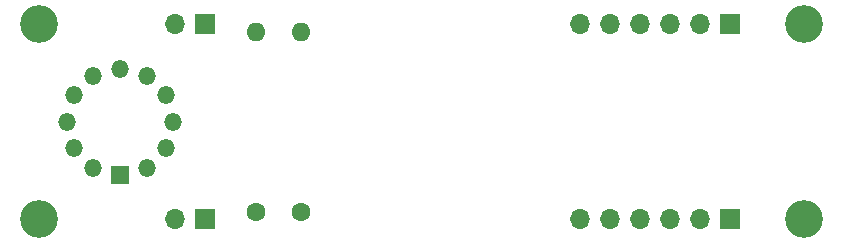
<source format=gbr>
G04 #@! TF.GenerationSoftware,KiCad,Pcbnew,6.0.4*
G04 #@! TF.CreationDate,2022-05-06T17:46:11+10:00*
G04 #@! TF.ProjectId,modularnixie,6d6f6475-6c61-4726-9e69-7869652e6b69,rev?*
G04 #@! TF.SameCoordinates,Original*
G04 #@! TF.FileFunction,Soldermask,Bot*
G04 #@! TF.FilePolarity,Negative*
%FSLAX46Y46*%
G04 Gerber Fmt 4.6, Leading zero omitted, Abs format (unit mm)*
G04 Created by KiCad (PCBNEW 6.0.4) date 2022-05-06 17:46:11*
%MOMM*%
%LPD*%
G01*
G04 APERTURE LIST*
%ADD10C,3.200000*%
%ADD11C,1.600000*%
%ADD12O,1.600000X1.600000*%
%ADD13R,1.700000X1.700000*%
%ADD14O,1.700000X1.700000*%
%ADD15R,1.500000X1.500000*%
%ADD16O,1.500000X1.500000*%
G04 APERTURE END LIST*
D10*
G04 #@! TO.C,H4*
X134117200Y-71755000D03*
G04 #@! TD*
D11*
G04 #@! TO.C,R30*
X91513400Y-71120000D03*
D12*
X91513400Y-55880000D03*
G04 #@! TD*
D13*
G04 #@! TO.C,J1*
X127827200Y-55245000D03*
D14*
X125287200Y-55245000D03*
X122747200Y-55245000D03*
X120207200Y-55245000D03*
X117667200Y-55245000D03*
X115127200Y-55245000D03*
G04 #@! TD*
D13*
G04 #@! TO.C,J2*
X127827200Y-71755000D03*
D14*
X125287200Y-71755000D03*
X122747200Y-71755000D03*
X120207200Y-71755000D03*
X117667200Y-71755000D03*
X115127200Y-71755000D03*
G04 #@! TD*
D15*
G04 #@! TO.C,V1*
X76213400Y-68000000D03*
D16*
X78463399Y-67397114D03*
X80110514Y-65749999D03*
X80713400Y-63500000D03*
X80110514Y-61250000D03*
X78463400Y-59602886D03*
X76213400Y-59000000D03*
X73963400Y-59602886D03*
X72316286Y-61250000D03*
X71713400Y-63500000D03*
X72316286Y-65749999D03*
X73963401Y-67397114D03*
G04 #@! TD*
D10*
G04 #@! TO.C,H3*
X134117200Y-55245000D03*
G04 #@! TD*
G04 #@! TO.C,H1*
X69347200Y-55245000D03*
G04 #@! TD*
D13*
G04 #@! TO.C,J4*
X83377200Y-55245000D03*
D14*
X80837200Y-55245000D03*
G04 #@! TD*
D13*
G04 #@! TO.C,J3*
X83377200Y-71755000D03*
D14*
X80837200Y-71755000D03*
G04 #@! TD*
D11*
G04 #@! TO.C,R31*
X87703400Y-71120000D03*
D12*
X87703400Y-55880000D03*
G04 #@! TD*
D10*
G04 #@! TO.C,H2*
X69347200Y-71755000D03*
G04 #@! TD*
M02*

</source>
